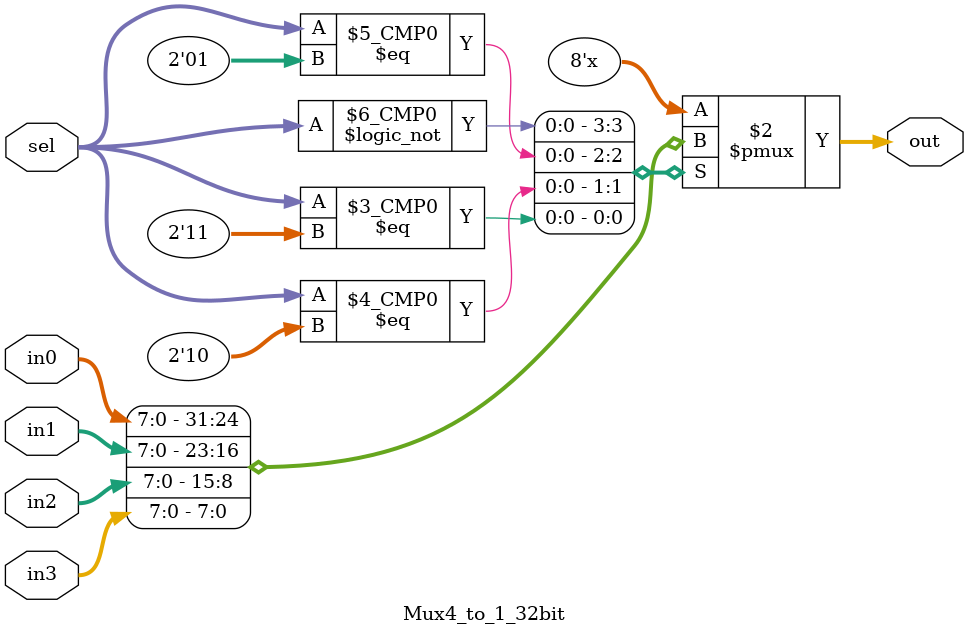
<source format=sv>

module Mux4_to_1_32bit (
    input  logic [1:0]  sel,  // 2-bit Selection input
  input  logic [7:0] in0,  // Data input 0 (select = 2'b00)
  input  logic [7:0] in1,  // Data input 1 (select = 2'b01)
  input  logic [7:0] in2,  // Data input 2 (select = 2'b10)
  input  logic [7:0] in3,  // Data input 3 (select = 2'b11)
  output logic [7:0] out   // Selected output
);

    // Combinational logic for the multiplexer
    always_comb begin
        case (sel)
            2'b00: out = in0;
            2'b01: out = in1;
            2'b10: out = in2;
            2'b11: out = in3;
            default: out = '0; 
        endcase
    end

endmodule
</source>
